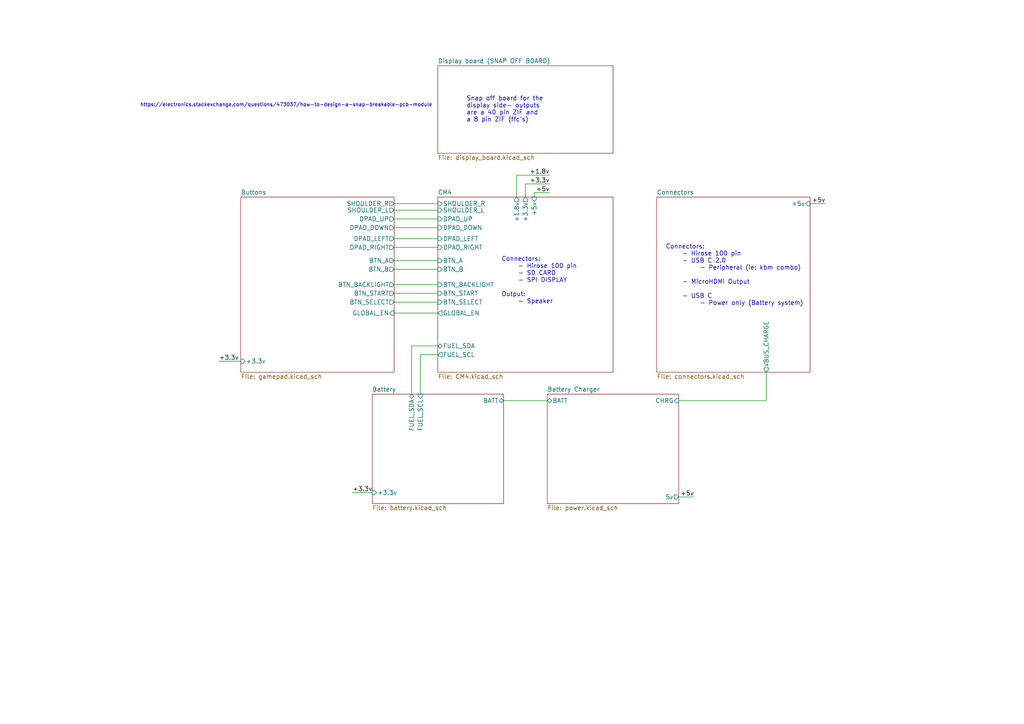
<source format=kicad_sch>
(kicad_sch (version 20210621) (generator eeschema)
  (paper "A4")
  (title_block (title "CM4 Gameboy Main Sheet") (rev "indev"))
  (lib_symbols)
  (wire (pts (xy 63.5 104.775) (xy 69.85 104.775)))
  (wire (pts (xy 102.235 142.875) (xy 107.95 142.875)))
  (wire (pts (xy 114.3 59.055) (xy 127 59.055)))
  (wire (pts (xy 114.3 60.96) (xy 127 60.96)))
  (wire (pts (xy 114.3 63.5) (xy 127 63.5)))
  (wire (pts (xy 114.3 66.04) (xy 127 66.04)))
  (wire (pts (xy 114.3 69.215) (xy 127 69.215)))
  (wire (pts (xy 114.3 71.755) (xy 127 71.755)))
  (wire (pts (xy 114.3 75.565) (xy 127 75.565)))
  (wire (pts (xy 114.3 78.105) (xy 127 78.105)))
  (wire (pts (xy 114.3 82.55) (xy 127 82.55)))
  (wire (pts (xy 114.3 85.09) (xy 127 85.09)))
  (wire (pts (xy 114.3 87.63) (xy 127 87.63)))
  (wire (pts (xy 114.3 90.805) (xy 127 90.805)))
  (wire (pts (xy 119.38 100.33) (xy 127 100.33)))
  (wire (pts (xy 119.38 114.3) (xy 119.38 100.33)))
  (wire (pts (xy 121.92 102.87) (xy 121.92 114.3)))
  (wire (pts (xy 127 102.87) (xy 121.92 102.87)))
  (wire (pts (xy 146.05 116.205) (xy 158.75 116.205)))
  (wire (pts (xy 149.86 50.8) (xy 149.86 57.15)))
  (wire (pts (xy 152.4 53.34) (xy 152.4 57.15)))
  (wire (pts (xy 154.94 55.88) (xy 154.94 57.15)))
  (wire (pts (xy 159.385 50.8) (xy 149.86 50.8)))
  (wire (pts (xy 159.385 53.34) (xy 152.4 53.34)))
  (wire (pts (xy 159.385 55.88) (xy 154.94 55.88)))
  (wire (pts (xy 196.85 144.145) (xy 201.295 144.145)))
  (wire (pts (xy 222.25 107.95) (xy 222.25 116.205)))
  (wire (pts (xy 222.25 116.205) (xy 196.85 116.205)))
  (wire (pts (xy 234.95 59.055) (xy 239.395 59.055)))
  (text "\nhttps://electronics.stackexchange.com/questions/473037/how-to-design-a-snap-breakable-pcb-module" (at 40.64 31.115 0) (effects (font (size 1.016 1.016)) (justify left bottom)))
  (text "Snap off board for the\ndisplay side- outputs \nare a 40 pin ZIF and \na 8 pin ZIF (ffc's)" (at 135.255 35.56 0) (effects (font (size 1.27 1.27)) (justify left bottom)))
  (text "Connectors:\n	- Hirose 100 pin\n	- SD CARD\n	- SPI DISPLAY\n\nOutput:\n	- Speaker" (at 145.415 88.265 0) (effects (font (size 1.27 1.27)) (justify left bottom)))
  (text "Connectors:\n	- Hirose 100 pin\n	- USB C 2.0\n		- Peripheral (ie: kbm combo)\n\n	- MicroHDMI Output\n\n	- USB C\n		- Power only (Battery system)\n	" (at 193.04 90.805 0) (effects (font (size 1.27 1.27)) (justify left bottom)))
  (label "+3.3v" (at 63.5 104.775 0))
  (label "+3.3v" (at 102.235 142.875 0))
  (label "+1.8v" (at 159.385 50.8 180))
  (label "+3.3v" (at 159.385 53.34 180))
  (label "+5v" (at 159.385 55.88 180))
  (label "+5v" (at 201.295 144.145 180))
  (label "+5v" (at 239.395 59.055 180))
  (sheet (at 107.95 114.3) (size 38.1 31.75) (stroke (width 0.0006))
    (property "Sheet name" "Battery" (at 107.95 113.6643 0) (effects (justify left bottom)))
    (property "Sheet file" "battery.kicad_sch" (at 107.95 146.5587 0) (effects (justify left top)))
    (pin "FUEL_SDA" bidirectional (at 119.38 114.3 90))
    (pin "FUEL_SCL" input (at 121.92 114.3 90))
    (pin "BATT" bidirectional (at 146.05 116.205 0))
    (pin "+3.3v" input (at 107.95 142.875 180))
  )
  (sheet (at 158.75 114.3) (size 38.1 31.75) (stroke (width 0.0006))
    (property "Sheet name" "Battery Charger" (at 158.75 113.6643 0) (effects (justify left bottom)))
    (property "Sheet file" "power.kicad_sch" (at 158.75 146.5587 0) (effects (justify left top)))
    (pin "5v" output (at 196.85 144.145 0))
    (pin "CHRG" input (at 196.85 116.205 0))
    (pin "BATT" bidirectional (at 158.75 116.205 180))
  )
  (sheet (at 69.85 57.15) (size 44.45 50.8) (stroke (width 0.0006))
    (property "Sheet name" "Buttons" (at 69.85 56.5143 0) (effects (justify left bottom)))
    (property "Sheet file" "gamepad.kicad_sch" (at 69.85 108.4587 0) (effects (justify left top)))
    (pin "DPAD_UP" output (at 114.3 63.5 0))
    (pin "DPAD_RIGHT" output (at 114.3 71.755 0))
    (pin "DPAD_DOWN" output (at 114.3 66.04 0))
    (pin "DPAD_LEFT" output (at 114.3 69.215 0))
    (pin "BTN_A" output (at 114.3 75.565 0))
    (pin "BTN_B" output (at 114.3 78.105 0))
    (pin "+3.3v" input (at 69.85 104.775 180))
    (pin "BTN_BACKLIGHT" output (at 114.3 82.55 0))
    (pin "BTN_START" output (at 114.3 85.09 0))
    (pin "BTN_SELECT" output (at 114.3 87.63 0))
    (pin "GLOBAL_EN" input (at 114.3 90.805 0))
    (pin "SHOULDER_L" output (at 114.3 60.96 0))
    (pin "SHOULDER_R" output (at 114.3 59.055 0))
  )
  (sheet (at 127 57.15) (size 50.8 50.8) (stroke (width 0.0006))
    (property "Sheet name" "CM4" (at 127 56.5143 0) (effects (justify left bottom)))
    (property "Sheet file" "CM4.kicad_sch" (at 127 108.4587 0) (effects (justify left top)))
    (pin "+3.3v" output (at 152.4 57.15 90))
    (pin "DPAD_UP" input (at 127 63.5 180))
    (pin "DPAD_DOWN" input (at 127 66.04 180))
    (pin "DPAD_LEFT" input (at 127 69.215 180))
    (pin "DPAD_RIGHT" input (at 127 71.755 180))
    (pin "BTN_A" input (at 127 75.565 180))
    (pin "BTN_B" input (at 127 78.105 180))
    (pin "+5v" input (at 154.94 57.15 90))
    (pin "+1.8v" output (at 149.86 57.15 90))
    (pin "BTN_BACKLIGHT" input (at 127 82.55 180))
    (pin "BTN_START" input (at 127 85.09 180))
    (pin "BTN_SELECT" input (at 127 87.63 180))
    (pin "FUEL_SDA" bidirectional (at 127 100.33 180))
    (pin "FUEL_SCL" output (at 127 102.87 180))
    (pin "GLOBAL_EN" output (at 127 90.805 180))
    (pin "SHOULDER_L" input (at 127 60.96 180))
    (pin "SHOULDER_R" input (at 127 59.055 180))
  )
  (sheet (at 190.5 57.15) (size 44.45 50.8) (stroke (width 0.0006))
    (property "Sheet name" "Connectors" (at 190.5 56.5143 0) (effects (justify left bottom)))
    (property "Sheet file" "connectors.kicad_sch" (at 190.5 108.4587 0) (effects (justify left top)))
    (pin "VBUS_CHARGE" output (at 222.25 107.95 270))
    (pin "+5v" input (at 234.95 59.055 0))
  )
  (sheet (at 127 19.05) (size 50.8 25.4) (stroke (width 0.0006))
    (property "Sheet name" "Display board (SNAP OFF BOARD)" (at 127 18.4143 0) (effects (justify left bottom)))
    (property "Sheet file" "display_board.kicad_sch" (at 127 44.9587 0) (effects (justify left top)))
  )
)
</source>
